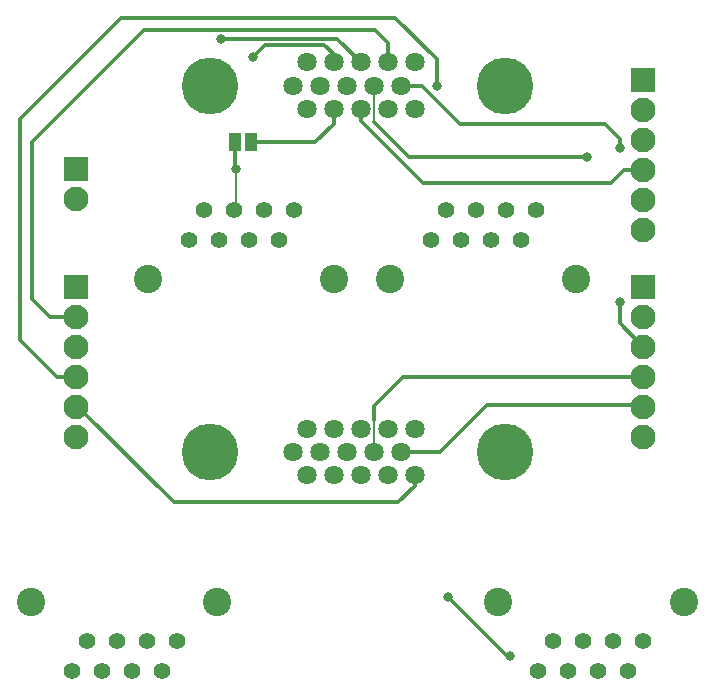
<source format=gbr>
%TF.GenerationSoftware,KiCad,Pcbnew,(5.1.7)-1*%
%TF.CreationDate,2021-02-10T20:21:02+01:00*%
%TF.ProjectId,ad57_adapter,61643537-5f61-4646-9170-7465722e6b69,rev?*%
%TF.SameCoordinates,Original*%
%TF.FileFunction,Copper,L1,Top*%
%TF.FilePolarity,Positive*%
%FSLAX46Y46*%
G04 Gerber Fmt 4.6, Leading zero omitted, Abs format (unit mm)*
G04 Created by KiCad (PCBNEW (5.1.7)-1) date 2021-02-10 20:21:02*
%MOMM*%
%LPD*%
G01*
G04 APERTURE LIST*
%TA.AperFunction,ComponentPad*%
%ADD10R,2.100000X2.100000*%
%TD*%
%TA.AperFunction,ComponentPad*%
%ADD11C,2.100000*%
%TD*%
%TA.AperFunction,ComponentPad*%
%ADD12C,4.801000*%
%TD*%
%TA.AperFunction,ComponentPad*%
%ADD13C,1.638000*%
%TD*%
%TA.AperFunction,ComponentPad*%
%ADD14C,2.400000*%
%TD*%
%TA.AperFunction,ComponentPad*%
%ADD15C,1.400000*%
%TD*%
%TA.AperFunction,SMDPad,CuDef*%
%ADD16R,1.000000X1.500000*%
%TD*%
%TA.AperFunction,ViaPad*%
%ADD17C,0.800000*%
%TD*%
%TA.AperFunction,Conductor*%
%ADD18C,0.300000*%
%TD*%
%TA.AperFunction,Conductor*%
%ADD19C,0.200000*%
%TD*%
G04 APERTURE END LIST*
D10*
%TO.P,J1,1*%
%TO.N,VIN*%
X130500000Y-78000000D03*
D11*
%TO.P,J1,2*%
%TO.N,GND*%
X130500000Y-80540000D03*
%TD*%
D10*
%TO.P,J3,1*%
%TO.N,VIN*%
X178500000Y-70500000D03*
D11*
%TO.P,J3,2*%
%TO.N,USENS1*%
X178500000Y-73040000D03*
%TO.P,J3,3*%
%TO.N,USENS2*%
X178500000Y-75580000D03*
%TO.P,J3,4*%
%TO.N,DIN1*%
X178500000Y-78120000D03*
%TO.P,J3,5*%
%TO.N,DIN2*%
X178500000Y-80660000D03*
%TO.P,J3,6*%
%TO.N,GND*%
X178500000Y-83200000D03*
%TD*%
%TO.P,J4,6*%
%TO.N,GND*%
X178500000Y-100700000D03*
%TO.P,J4,5*%
%TO.N,DOUT4*%
X178500000Y-98160000D03*
%TO.P,J4,4*%
%TO.N,DOUT3*%
X178500000Y-95620000D03*
%TO.P,J4,3*%
%TO.N,DOUT2*%
X178500000Y-93080000D03*
%TO.P,J4,2*%
%TO.N,DOUT1*%
X178500000Y-90540000D03*
D10*
%TO.P,J4,1*%
%TO.N,VIN*%
X178500000Y-88000000D03*
%TD*%
D12*
%TO.P,J5,MH2*%
%TO.N,GND*%
X166815000Y-101981000D03*
%TO.P,J5,MH1*%
X141821000Y-101981000D03*
D13*
%TO.P,J5,15*%
%TO.N,BZZOUT2*%
X159144000Y-103962000D03*
%TO.P,J5,14*%
%TO.N,GND*%
X156858000Y-103962000D03*
%TO.P,J5,13*%
%TO.N,DIN2*%
X154572000Y-103962000D03*
%TO.P,J5,12*%
%TO.N,Net-(J5-Pad12)*%
X152286000Y-103962000D03*
%TO.P,J5,11*%
%TO.N,USENS2*%
X150000000Y-103962000D03*
%TO.P,J5,10*%
%TO.N,DOUT4*%
X158001000Y-101981000D03*
%TO.P,J5,9*%
%TO.N,DOUT3*%
X155715000Y-101981000D03*
%TO.P,J5,8*%
%TO.N,Net-(J5-Pad8)*%
X153429000Y-101981000D03*
%TO.P,J5,7*%
%TO.N,Net-(J5-Pad7)*%
X151143000Y-101981000D03*
%TO.P,J5,6*%
%TO.N,VIN*%
X148857000Y-101981000D03*
%TO.P,J5,5*%
%TO.N,GND*%
X159144000Y-100000000D03*
%TO.P,J5,4*%
%TO.N,EN2*%
X156858000Y-100000000D03*
%TO.P,J5,3*%
%TO.N,TXD2*%
X154572000Y-100000000D03*
%TO.P,J5,2*%
%TO.N,RXD2*%
X152286000Y-100000000D03*
%TO.P,J5,1*%
%TO.N,VIN*%
X150000000Y-100000000D03*
%TD*%
%TO.P,J6,1*%
%TO.N,VIN*%
X150000000Y-69000000D03*
%TO.P,J6,2*%
%TO.N,RXD1*%
X152286000Y-69000000D03*
%TO.P,J6,3*%
%TO.N,TXD1*%
X154572000Y-69000000D03*
%TO.P,J6,4*%
%TO.N,EN1*%
X156858000Y-69000000D03*
%TO.P,J6,5*%
%TO.N,GND*%
X159144000Y-69000000D03*
%TO.P,J6,6*%
%TO.N,VIN*%
X148857000Y-70981000D03*
%TO.P,J6,7*%
%TO.N,CANLO*%
X151143000Y-70981000D03*
%TO.P,J6,8*%
%TO.N,CANHI*%
X153429000Y-70981000D03*
%TO.P,J6,9*%
%TO.N,DOUT1*%
X155715000Y-70981000D03*
%TO.P,J6,10*%
%TO.N,DOUT2*%
X158001000Y-70981000D03*
%TO.P,J6,11*%
%TO.N,USENS1*%
X150000000Y-72962000D03*
%TO.P,J6,12*%
%TO.N,CANTERM*%
X152286000Y-72962000D03*
%TO.P,J6,13*%
%TO.N,DIN1*%
X154572000Y-72962000D03*
%TO.P,J6,14*%
%TO.N,GND*%
X156858000Y-72962000D03*
%TO.P,J6,15*%
%TO.N,BZZOUT1*%
X159144000Y-72962000D03*
D12*
%TO.P,J6,MH1*%
%TO.N,GND*%
X141821000Y-70981000D03*
%TO.P,J6,MH2*%
X166815000Y-70981000D03*
%TD*%
D14*
%TO.P,J7,MH2*%
%TO.N,GND*%
X126680000Y-114700000D03*
%TO.P,J7,MH1*%
X142430000Y-114700000D03*
D15*
%TO.P,J7,8*%
%TO.N,VIN*%
X130110000Y-120540000D03*
%TO.P,J7,7*%
X131380000Y-118000000D03*
%TO.P,J7,6*%
%TO.N,Net-(J7-Pad6)*%
X132650000Y-120540000D03*
%TO.P,J7,5*%
%TO.N,Net-(J7-Pad5)*%
X133920000Y-118000000D03*
%TO.P,J7,4*%
%TO.N,RXD1*%
X135190000Y-120540000D03*
%TO.P,J7,3*%
%TO.N,TXD1*%
X136460000Y-118000000D03*
%TO.P,J7,2*%
%TO.N,GND*%
X137730000Y-120540000D03*
%TO.P,J7,1*%
X139000000Y-118000000D03*
%TD*%
D10*
%TO.P,J8,1*%
%TO.N,VIN*%
X130500000Y-88000000D03*
D11*
%TO.P,J8,2*%
%TO.N,EN1*%
X130500000Y-90540000D03*
%TO.P,J8,3*%
%TO.N,EN2*%
X130500000Y-93080000D03*
%TO.P,J8,4*%
%TO.N,BZZOUT1*%
X130500000Y-95620000D03*
%TO.P,J8,5*%
%TO.N,BZZOUT2*%
X130500000Y-98160000D03*
%TO.P,J8,6*%
%TO.N,GND*%
X130500000Y-100700000D03*
%TD*%
D14*
%TO.P,J9,MH2*%
%TO.N,GND*%
X152320000Y-87300000D03*
%TO.P,J9,MH1*%
X136570000Y-87300000D03*
D15*
%TO.P,J9,8*%
%TO.N,VIN*%
X148890000Y-81460000D03*
%TO.P,J9,7*%
X147620000Y-84000000D03*
%TO.P,J9,6*%
%TO.N,Net-(J9-Pad6)*%
X146350000Y-81460000D03*
%TO.P,J9,5*%
%TO.N,GND*%
X145080000Y-84000000D03*
%TO.P,J9,4*%
%TO.N,CANLO*%
X143810000Y-81460000D03*
%TO.P,J9,3*%
%TO.N,CANHI*%
X142540000Y-84000000D03*
%TO.P,J9,2*%
%TO.N,GND*%
X141270000Y-81460000D03*
%TO.P,J9,1*%
X140000000Y-84000000D03*
%TD*%
%TO.P,J10,1*%
%TO.N,GND*%
X178500000Y-118000000D03*
%TO.P,J10,2*%
X177230000Y-120540000D03*
%TO.P,J10,3*%
%TO.N,TXD2*%
X175960000Y-118000000D03*
%TO.P,J10,4*%
%TO.N,RXD2*%
X174690000Y-120540000D03*
%TO.P,J10,5*%
%TO.N,Net-(J10-Pad5)*%
X173420000Y-118000000D03*
%TO.P,J10,6*%
%TO.N,Net-(J10-Pad6)*%
X172150000Y-120540000D03*
%TO.P,J10,7*%
%TO.N,VIN*%
X170880000Y-118000000D03*
%TO.P,J10,8*%
X169610000Y-120540000D03*
D14*
%TO.P,J10,MH1*%
%TO.N,GND*%
X181930000Y-114700000D03*
%TO.P,J10,MH2*%
X166180000Y-114700000D03*
%TD*%
D15*
%TO.P,J11,1*%
%TO.N,GND*%
X160500000Y-84000000D03*
%TO.P,J11,2*%
X161770000Y-81460000D03*
%TO.P,J11,3*%
%TO.N,CANHI*%
X163040000Y-84000000D03*
%TO.P,J11,4*%
%TO.N,CANLO*%
X164310000Y-81460000D03*
%TO.P,J11,5*%
%TO.N,GND*%
X165580000Y-84000000D03*
%TO.P,J11,6*%
%TO.N,Net-(J11-Pad6)*%
X166850000Y-81460000D03*
%TO.P,J11,7*%
%TO.N,VIN*%
X168120000Y-84000000D03*
%TO.P,J11,8*%
X169390000Y-81460000D03*
D14*
%TO.P,J11,MH1*%
%TO.N,GND*%
X157070000Y-87300000D03*
%TO.P,J11,MH2*%
X172820000Y-87300000D03*
%TD*%
D16*
%TO.P,JP1,2*%
%TO.N,CANTERM*%
X145250000Y-75750000D03*
%TO.P,JP1,1*%
%TO.N,CANLO*%
X143950000Y-75750000D03*
%TD*%
D17*
%TO.N,DOUT2*%
X176500000Y-89250000D03*
X176500000Y-76250000D03*
%TO.N,DOUT1*%
X173750000Y-77000000D03*
%TO.N,RXD2*%
X162000000Y-114250000D03*
X167250000Y-119250000D03*
%TO.N,RXD1*%
X145500000Y-68500000D03*
%TO.N,TXD1*%
X142750000Y-67000000D03*
%TO.N,CANLO*%
X144000000Y-78000000D03*
%TO.N,BZZOUT1*%
X161000000Y-71000000D03*
%TD*%
D18*
%TO.N,DIN1*%
X154572000Y-72962000D02*
X154572000Y-73958410D01*
X178500000Y-78120000D02*
X176880000Y-78120000D01*
X176880000Y-78120000D02*
X175750000Y-79250000D01*
X159863590Y-79250000D02*
X158556795Y-77943205D01*
X175750000Y-79250000D02*
X159863590Y-79250000D01*
X158556795Y-77943205D02*
X158733590Y-78120000D01*
X154572000Y-73958410D02*
X158556795Y-77943205D01*
%TO.N,DOUT4*%
X158001000Y-101981000D02*
X161269000Y-101981000D01*
X161269000Y-101981000D02*
X165250000Y-98000000D01*
X178340000Y-98000000D02*
X178500000Y-98160000D01*
X165250000Y-98000000D02*
X178340000Y-98000000D01*
D19*
%TO.N,DOUT3*%
X155715000Y-100465000D02*
X155691001Y-100441001D01*
X155715000Y-101981000D02*
X155715000Y-100465000D01*
D18*
X155691001Y-98058999D02*
X155691001Y-99308999D01*
X158130000Y-95620000D02*
X155691001Y-98058999D01*
X178500000Y-95620000D02*
X158130000Y-95620000D01*
D19*
X155691001Y-99308999D02*
X155691001Y-98308999D01*
X155691001Y-100441001D02*
X155691001Y-99308999D01*
D18*
%TO.N,DOUT2*%
X158001000Y-70981000D02*
X158893122Y-70981000D01*
X176500000Y-91080000D02*
X178500000Y-93080000D01*
X176500000Y-89250000D02*
X176500000Y-91080000D01*
X158893122Y-70981000D02*
X159731000Y-70981000D01*
X159731000Y-70981000D02*
X163000000Y-74250000D01*
X163000000Y-74250000D02*
X175250000Y-74250000D01*
X176500000Y-75500000D02*
X176500000Y-76250000D01*
X175250000Y-74250000D02*
X176500000Y-75500000D01*
%TO.N,DOUT1*%
X158680000Y-77000000D02*
X155715000Y-74035000D01*
X173750000Y-77000000D02*
X158680000Y-77000000D01*
D19*
X155715000Y-70981000D02*
X155715000Y-74035000D01*
D18*
%TO.N,BZZOUT2*%
X130660000Y-98160000D02*
X130500000Y-98160000D01*
X138750000Y-106250000D02*
X130660000Y-98160000D01*
X157750000Y-106250000D02*
X138750000Y-106250000D01*
X159144000Y-104856000D02*
X157750000Y-106250000D01*
X159144000Y-103962000D02*
X159144000Y-104856000D01*
%TO.N,RXD2*%
X167000000Y-119250000D02*
X167250000Y-119250000D01*
X162000000Y-114250000D02*
X167000000Y-119250000D01*
%TO.N,RXD1*%
X151500000Y-67500000D02*
X152286000Y-68286000D01*
X146500000Y-67500000D02*
X151500000Y-67500000D01*
X152286000Y-68286000D02*
X152286000Y-69000000D01*
X145500000Y-68500000D02*
X146500000Y-67500000D01*
%TO.N,TXD1*%
X152571990Y-66999990D02*
X145249990Y-66999990D01*
X154572000Y-69000000D02*
X152571990Y-66999990D01*
X142750010Y-66999990D02*
X142750000Y-67000000D01*
X145249990Y-66999990D02*
X142750010Y-66999990D01*
%TO.N,EN1*%
X128290000Y-90540000D02*
X130500000Y-90540000D01*
X156858000Y-67358000D02*
X155750000Y-66250000D01*
X126750000Y-89000000D02*
X128290000Y-90540000D01*
X156858000Y-69000000D02*
X156858000Y-67358000D01*
X126750000Y-75750000D02*
X136250000Y-66250000D01*
X126750000Y-89000000D02*
X126750000Y-75750000D01*
X155750000Y-66250000D02*
X136250000Y-66250000D01*
D19*
%TO.N,CANLO*%
X144000000Y-81270000D02*
X143810000Y-81460000D01*
X144000000Y-78000000D02*
X144000000Y-81270000D01*
D18*
X143950000Y-77950000D02*
X144000000Y-78000000D01*
X143950000Y-75750000D02*
X143950000Y-77950000D01*
%TO.N,CANTERM*%
X145250000Y-75750000D02*
X150750000Y-75750000D01*
X152286000Y-74214000D02*
X152286000Y-72962000D01*
X150750000Y-75750000D02*
X152286000Y-74214000D01*
%TO.N,BZZOUT1*%
X128870000Y-95620000D02*
X130500000Y-95620000D01*
X125750000Y-92500000D02*
X128870000Y-95620000D01*
X125750000Y-73750000D02*
X125750000Y-92500000D01*
X134250000Y-65250000D02*
X125750000Y-73750000D01*
X157500000Y-65250000D02*
X134250000Y-65250000D01*
X161000000Y-68750000D02*
X157500000Y-65250000D01*
X161000000Y-71000000D02*
X161000000Y-68750000D01*
%TD*%
M02*

</source>
